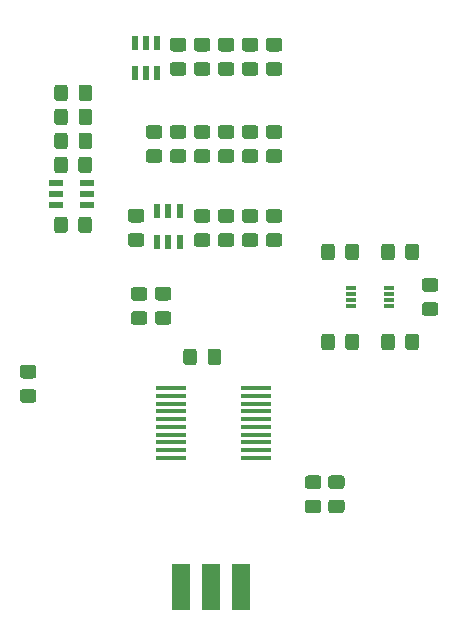
<source format=gtp>
G04 #@! TF.GenerationSoftware,KiCad,Pcbnew,(5.1.6)-1*
G04 #@! TF.CreationDate,2021-02-22T13:26:00+01:00*
G04 #@! TF.ProjectId,SoundModulev2,536f756e-644d-46f6-9475-6c6576322e6b,rev?*
G04 #@! TF.SameCoordinates,Original*
G04 #@! TF.FileFunction,Paste,Top*
G04 #@! TF.FilePolarity,Positive*
%FSLAX46Y46*%
G04 Gerber Fmt 4.6, Leading zero omitted, Abs format (unit mm)*
G04 Created by KiCad (PCBNEW (5.1.6)-1) date 2021-02-22 13:26:00*
%MOMM*%
%LPD*%
G01*
G04 APERTURE LIST*
%ADD10R,0.850000X0.300000*%
%ADD11R,1.524000X4.000000*%
%ADD12R,2.500000X0.450000*%
%ADD13R,0.550000X1.200000*%
%ADD14R,1.200000X0.550000*%
G04 APERTURE END LIST*
G36*
G01*
X116853121Y-77634680D02*
X115953119Y-77634680D01*
G75*
G02*
X115703120Y-77384681I0J249999D01*
G01*
X115703120Y-76734679D01*
G75*
G02*
X115953119Y-76484680I249999J0D01*
G01*
X116853121Y-76484680D01*
G75*
G02*
X117103120Y-76734679I0J-249999D01*
G01*
X117103120Y-77384681D01*
G75*
G02*
X116853121Y-77634680I-249999J0D01*
G01*
G37*
G36*
G01*
X116853121Y-79684680D02*
X115953119Y-79684680D01*
G75*
G02*
X115703120Y-79434681I0J249999D01*
G01*
X115703120Y-78784679D01*
G75*
G02*
X115953119Y-78534680I249999J0D01*
G01*
X116853121Y-78534680D01*
G75*
G02*
X117103120Y-78784679I0J-249999D01*
G01*
X117103120Y-79434681D01*
G75*
G02*
X116853121Y-79684680I-249999J0D01*
G01*
G37*
D10*
X137536120Y-76572680D03*
X137536120Y-77072680D03*
X137536120Y-77572680D03*
X137536120Y-78072680D03*
X134386120Y-78072680D03*
X134386120Y-77572680D03*
X134386120Y-77072680D03*
X134386120Y-76572680D03*
G36*
G01*
X132971120Y-73062679D02*
X132971120Y-73962681D01*
G75*
G02*
X132721121Y-74212680I-249999J0D01*
G01*
X132071119Y-74212680D01*
G75*
G02*
X131821120Y-73962681I0J249999D01*
G01*
X131821120Y-73062679D01*
G75*
G02*
X132071119Y-72812680I249999J0D01*
G01*
X132721121Y-72812680D01*
G75*
G02*
X132971120Y-73062679I0J-249999D01*
G01*
G37*
G36*
G01*
X135021120Y-73062679D02*
X135021120Y-73962681D01*
G75*
G02*
X134771121Y-74212680I-249999J0D01*
G01*
X134121119Y-74212680D01*
G75*
G02*
X133871120Y-73962681I0J249999D01*
G01*
X133871120Y-73062679D01*
G75*
G02*
X134121119Y-72812680I249999J0D01*
G01*
X134771121Y-72812680D01*
G75*
G02*
X135021120Y-73062679I0J-249999D01*
G01*
G37*
G36*
G01*
X132971120Y-80682679D02*
X132971120Y-81582681D01*
G75*
G02*
X132721121Y-81832680I-249999J0D01*
G01*
X132071119Y-81832680D01*
G75*
G02*
X131821120Y-81582681I0J249999D01*
G01*
X131821120Y-80682679D01*
G75*
G02*
X132071119Y-80432680I249999J0D01*
G01*
X132721121Y-80432680D01*
G75*
G02*
X132971120Y-80682679I0J-249999D01*
G01*
G37*
G36*
G01*
X135021120Y-80682679D02*
X135021120Y-81582681D01*
G75*
G02*
X134771121Y-81832680I-249999J0D01*
G01*
X134121119Y-81832680D01*
G75*
G02*
X133871120Y-81582681I0J249999D01*
G01*
X133871120Y-80682679D01*
G75*
G02*
X134121119Y-80432680I249999J0D01*
G01*
X134771121Y-80432680D01*
G75*
G02*
X135021120Y-80682679I0J-249999D01*
G01*
G37*
G36*
G01*
X138051120Y-73062679D02*
X138051120Y-73962681D01*
G75*
G02*
X137801121Y-74212680I-249999J0D01*
G01*
X137151119Y-74212680D01*
G75*
G02*
X136901120Y-73962681I0J249999D01*
G01*
X136901120Y-73062679D01*
G75*
G02*
X137151119Y-72812680I249999J0D01*
G01*
X137801121Y-72812680D01*
G75*
G02*
X138051120Y-73062679I0J-249999D01*
G01*
G37*
G36*
G01*
X140101120Y-73062679D02*
X140101120Y-73962681D01*
G75*
G02*
X139851121Y-74212680I-249999J0D01*
G01*
X139201119Y-74212680D01*
G75*
G02*
X138951120Y-73962681I0J249999D01*
G01*
X138951120Y-73062679D01*
G75*
G02*
X139201119Y-72812680I249999J0D01*
G01*
X139851121Y-72812680D01*
G75*
G02*
X140101120Y-73062679I0J-249999D01*
G01*
G37*
G36*
G01*
X138051120Y-80682679D02*
X138051120Y-81582681D01*
G75*
G02*
X137801121Y-81832680I-249999J0D01*
G01*
X137151119Y-81832680D01*
G75*
G02*
X136901120Y-81582681I0J249999D01*
G01*
X136901120Y-80682679D01*
G75*
G02*
X137151119Y-80432680I249999J0D01*
G01*
X137801121Y-80432680D01*
G75*
G02*
X138051120Y-80682679I0J-249999D01*
G01*
G37*
G36*
G01*
X140101120Y-80682679D02*
X140101120Y-81582681D01*
G75*
G02*
X139851121Y-81832680I-249999J0D01*
G01*
X139201119Y-81832680D01*
G75*
G02*
X138951120Y-81582681I0J249999D01*
G01*
X138951120Y-80682679D01*
G75*
G02*
X139201119Y-80432680I249999J0D01*
G01*
X139851121Y-80432680D01*
G75*
G02*
X140101120Y-80682679I0J-249999D01*
G01*
G37*
G36*
G01*
X140591119Y-77772680D02*
X141491121Y-77772680D01*
G75*
G02*
X141741120Y-78022679I0J-249999D01*
G01*
X141741120Y-78672681D01*
G75*
G02*
X141491121Y-78922680I-249999J0D01*
G01*
X140591119Y-78922680D01*
G75*
G02*
X140341120Y-78672681I0J249999D01*
G01*
X140341120Y-78022679D01*
G75*
G02*
X140591119Y-77772680I249999J0D01*
G01*
G37*
G36*
G01*
X140591119Y-75722680D02*
X141491121Y-75722680D01*
G75*
G02*
X141741120Y-75972679I0J-249999D01*
G01*
X141741120Y-76622681D01*
G75*
G02*
X141491121Y-76872680I-249999J0D01*
G01*
X140591119Y-76872680D01*
G75*
G02*
X140341120Y-76622681I0J249999D01*
G01*
X140341120Y-75972679D01*
G75*
G02*
X140591119Y-75722680I249999J0D01*
G01*
G37*
D11*
X119941340Y-101918520D03*
X122481340Y-101918520D03*
X125021340Y-101918520D03*
G36*
G01*
X122196120Y-82852681D02*
X122196120Y-81952679D01*
G75*
G02*
X122446119Y-81702680I249999J0D01*
G01*
X123096121Y-81702680D01*
G75*
G02*
X123346120Y-81952679I0J-249999D01*
G01*
X123346120Y-82852681D01*
G75*
G02*
X123096121Y-83102680I-249999J0D01*
G01*
X122446119Y-83102680D01*
G75*
G02*
X122196120Y-82852681I0J249999D01*
G01*
G37*
G36*
G01*
X120146120Y-82852681D02*
X120146120Y-81952679D01*
G75*
G02*
X120396119Y-81702680I249999J0D01*
G01*
X121046121Y-81702680D01*
G75*
G02*
X121296120Y-81952679I0J-249999D01*
G01*
X121296120Y-82852681D01*
G75*
G02*
X121046121Y-83102680I-249999J0D01*
G01*
X120396119Y-83102680D01*
G75*
G02*
X120146120Y-82852681I0J249999D01*
G01*
G37*
G36*
G01*
X118885121Y-79675680D02*
X117985119Y-79675680D01*
G75*
G02*
X117735120Y-79425681I0J249999D01*
G01*
X117735120Y-78775679D01*
G75*
G02*
X117985119Y-78525680I249999J0D01*
G01*
X118885121Y-78525680D01*
G75*
G02*
X119135120Y-78775679I0J-249999D01*
G01*
X119135120Y-79425681D01*
G75*
G02*
X118885121Y-79675680I-249999J0D01*
G01*
G37*
G36*
G01*
X118885121Y-77625680D02*
X117985119Y-77625680D01*
G75*
G02*
X117735120Y-77375681I0J249999D01*
G01*
X117735120Y-76725679D01*
G75*
G02*
X117985119Y-76475680I249999J0D01*
G01*
X118885121Y-76475680D01*
G75*
G02*
X119135120Y-76725679I0J-249999D01*
G01*
X119135120Y-77375681D01*
G75*
G02*
X118885121Y-77625680I-249999J0D01*
G01*
G37*
G36*
G01*
X128283121Y-71039680D02*
X127383119Y-71039680D01*
G75*
G02*
X127133120Y-70789681I0J249999D01*
G01*
X127133120Y-70139679D01*
G75*
G02*
X127383119Y-69889680I249999J0D01*
G01*
X128283121Y-69889680D01*
G75*
G02*
X128533120Y-70139679I0J-249999D01*
G01*
X128533120Y-70789681D01*
G75*
G02*
X128283121Y-71039680I-249999J0D01*
G01*
G37*
G36*
G01*
X128283121Y-73089680D02*
X127383119Y-73089680D01*
G75*
G02*
X127133120Y-72839681I0J249999D01*
G01*
X127133120Y-72189679D01*
G75*
G02*
X127383119Y-71939680I249999J0D01*
G01*
X128283121Y-71939680D01*
G75*
G02*
X128533120Y-72189679I0J-249999D01*
G01*
X128533120Y-72839681D01*
G75*
G02*
X128283121Y-73089680I-249999J0D01*
G01*
G37*
G36*
G01*
X115699119Y-71921680D02*
X116599121Y-71921680D01*
G75*
G02*
X116849120Y-72171679I0J-249999D01*
G01*
X116849120Y-72821681D01*
G75*
G02*
X116599121Y-73071680I-249999J0D01*
G01*
X115699119Y-73071680D01*
G75*
G02*
X115449120Y-72821681I0J249999D01*
G01*
X115449120Y-72171679D01*
G75*
G02*
X115699119Y-71921680I249999J0D01*
G01*
G37*
G36*
G01*
X115699119Y-69871680D02*
X116599121Y-69871680D01*
G75*
G02*
X116849120Y-70121679I0J-249999D01*
G01*
X116849120Y-70771681D01*
G75*
G02*
X116599121Y-71021680I-249999J0D01*
G01*
X115699119Y-71021680D01*
G75*
G02*
X115449120Y-70771681I0J249999D01*
G01*
X115449120Y-70121679D01*
G75*
G02*
X115699119Y-69871680I249999J0D01*
G01*
G37*
G36*
G01*
X128283121Y-65977680D02*
X127383119Y-65977680D01*
G75*
G02*
X127133120Y-65727681I0J249999D01*
G01*
X127133120Y-65077679D01*
G75*
G02*
X127383119Y-64827680I249999J0D01*
G01*
X128283121Y-64827680D01*
G75*
G02*
X128533120Y-65077679I0J-249999D01*
G01*
X128533120Y-65727681D01*
G75*
G02*
X128283121Y-65977680I-249999J0D01*
G01*
G37*
G36*
G01*
X128283121Y-63927680D02*
X127383119Y-63927680D01*
G75*
G02*
X127133120Y-63677681I0J249999D01*
G01*
X127133120Y-63027679D01*
G75*
G02*
X127383119Y-62777680I249999J0D01*
G01*
X128283121Y-62777680D01*
G75*
G02*
X128533120Y-63027679I0J-249999D01*
G01*
X128533120Y-63677681D01*
G75*
G02*
X128283121Y-63927680I-249999J0D01*
G01*
G37*
G36*
G01*
X111274120Y-64564681D02*
X111274120Y-63664679D01*
G75*
G02*
X111524119Y-63414680I249999J0D01*
G01*
X112174121Y-63414680D01*
G75*
G02*
X112424120Y-63664679I0J-249999D01*
G01*
X112424120Y-64564681D01*
G75*
G02*
X112174121Y-64814680I-249999J0D01*
G01*
X111524119Y-64814680D01*
G75*
G02*
X111274120Y-64564681I0J249999D01*
G01*
G37*
G36*
G01*
X109224120Y-64564681D02*
X109224120Y-63664679D01*
G75*
G02*
X109474119Y-63414680I249999J0D01*
G01*
X110124121Y-63414680D01*
G75*
G02*
X110374120Y-63664679I0J-249999D01*
G01*
X110374120Y-64564681D01*
G75*
G02*
X110124121Y-64814680I-249999J0D01*
G01*
X109474119Y-64814680D01*
G75*
G02*
X109224120Y-64564681I0J249999D01*
G01*
G37*
G36*
G01*
X118123121Y-63927680D02*
X117223119Y-63927680D01*
G75*
G02*
X116973120Y-63677681I0J249999D01*
G01*
X116973120Y-63027679D01*
G75*
G02*
X117223119Y-62777680I249999J0D01*
G01*
X118123121Y-62777680D01*
G75*
G02*
X118373120Y-63027679I0J-249999D01*
G01*
X118373120Y-63677681D01*
G75*
G02*
X118123121Y-63927680I-249999J0D01*
G01*
G37*
G36*
G01*
X118123121Y-65977680D02*
X117223119Y-65977680D01*
G75*
G02*
X116973120Y-65727681I0J249999D01*
G01*
X116973120Y-65077679D01*
G75*
G02*
X117223119Y-64827680I249999J0D01*
G01*
X118123121Y-64827680D01*
G75*
G02*
X118373120Y-65077679I0J-249999D01*
G01*
X118373120Y-65727681D01*
G75*
G02*
X118123121Y-65977680I-249999J0D01*
G01*
G37*
G36*
G01*
X120155121Y-65977680D02*
X119255119Y-65977680D01*
G75*
G02*
X119005120Y-65727681I0J249999D01*
G01*
X119005120Y-65077679D01*
G75*
G02*
X119255119Y-64827680I249999J0D01*
G01*
X120155121Y-64827680D01*
G75*
G02*
X120405120Y-65077679I0J-249999D01*
G01*
X120405120Y-65727681D01*
G75*
G02*
X120155121Y-65977680I-249999J0D01*
G01*
G37*
G36*
G01*
X120155121Y-63927680D02*
X119255119Y-63927680D01*
G75*
G02*
X119005120Y-63677681I0J249999D01*
G01*
X119005120Y-63027679D01*
G75*
G02*
X119255119Y-62777680I249999J0D01*
G01*
X120155121Y-62777680D01*
G75*
G02*
X120405120Y-63027679I0J-249999D01*
G01*
X120405120Y-63677681D01*
G75*
G02*
X120155121Y-63927680I-249999J0D01*
G01*
G37*
G36*
G01*
X120155121Y-58593680D02*
X119255119Y-58593680D01*
G75*
G02*
X119005120Y-58343681I0J249999D01*
G01*
X119005120Y-57693679D01*
G75*
G02*
X119255119Y-57443680I249999J0D01*
G01*
X120155121Y-57443680D01*
G75*
G02*
X120405120Y-57693679I0J-249999D01*
G01*
X120405120Y-58343681D01*
G75*
G02*
X120155121Y-58593680I-249999J0D01*
G01*
G37*
G36*
G01*
X120155121Y-56543680D02*
X119255119Y-56543680D01*
G75*
G02*
X119005120Y-56293681I0J249999D01*
G01*
X119005120Y-55643679D01*
G75*
G02*
X119255119Y-55393680I249999J0D01*
G01*
X120155121Y-55393680D01*
G75*
G02*
X120405120Y-55643679I0J-249999D01*
G01*
X120405120Y-56293681D01*
G75*
G02*
X120155121Y-56543680I-249999J0D01*
G01*
G37*
G36*
G01*
X125351119Y-55393680D02*
X126251121Y-55393680D01*
G75*
G02*
X126501120Y-55643679I0J-249999D01*
G01*
X126501120Y-56293681D01*
G75*
G02*
X126251121Y-56543680I-249999J0D01*
G01*
X125351119Y-56543680D01*
G75*
G02*
X125101120Y-56293681I0J249999D01*
G01*
X125101120Y-55643679D01*
G75*
G02*
X125351119Y-55393680I249999J0D01*
G01*
G37*
G36*
G01*
X125351119Y-57443680D02*
X126251121Y-57443680D01*
G75*
G02*
X126501120Y-57693679I0J-249999D01*
G01*
X126501120Y-58343681D01*
G75*
G02*
X126251121Y-58593680I-249999J0D01*
G01*
X125351119Y-58593680D01*
G75*
G02*
X125101120Y-58343681I0J249999D01*
G01*
X125101120Y-57693679D01*
G75*
G02*
X125351119Y-57443680I249999J0D01*
G01*
G37*
G36*
G01*
X131585121Y-95632180D02*
X130685119Y-95632180D01*
G75*
G02*
X130435120Y-95382181I0J249999D01*
G01*
X130435120Y-94732179D01*
G75*
G02*
X130685119Y-94482180I249999J0D01*
G01*
X131585121Y-94482180D01*
G75*
G02*
X131835120Y-94732179I0J-249999D01*
G01*
X131835120Y-95382181D01*
G75*
G02*
X131585121Y-95632180I-249999J0D01*
G01*
G37*
G36*
G01*
X131585121Y-93582180D02*
X130685119Y-93582180D01*
G75*
G02*
X130435120Y-93332181I0J249999D01*
G01*
X130435120Y-92682179D01*
G75*
G02*
X130685119Y-92432180I249999J0D01*
G01*
X131585121Y-92432180D01*
G75*
G02*
X131835120Y-92682179I0J-249999D01*
G01*
X131835120Y-93332181D01*
G75*
G02*
X131585121Y-93582180I-249999J0D01*
G01*
G37*
G36*
G01*
X106555119Y-85129680D02*
X107455121Y-85129680D01*
G75*
G02*
X107705120Y-85379679I0J-249999D01*
G01*
X107705120Y-86029681D01*
G75*
G02*
X107455121Y-86279680I-249999J0D01*
G01*
X106555119Y-86279680D01*
G75*
G02*
X106305120Y-86029681I0J249999D01*
G01*
X106305120Y-85379679D01*
G75*
G02*
X106555119Y-85129680I249999J0D01*
G01*
G37*
G36*
G01*
X106555119Y-83079680D02*
X107455121Y-83079680D01*
G75*
G02*
X107705120Y-83329679I0J-249999D01*
G01*
X107705120Y-83979681D01*
G75*
G02*
X107455121Y-84229680I-249999J0D01*
G01*
X106555119Y-84229680D01*
G75*
G02*
X106305120Y-83979681I0J249999D01*
G01*
X106305120Y-83329679D01*
G75*
G02*
X106555119Y-83079680I249999J0D01*
G01*
G37*
G36*
G01*
X133553621Y-93582180D02*
X132653619Y-93582180D01*
G75*
G02*
X132403620Y-93332181I0J249999D01*
G01*
X132403620Y-92682179D01*
G75*
G02*
X132653619Y-92432180I249999J0D01*
G01*
X133553621Y-92432180D01*
G75*
G02*
X133803620Y-92682179I0J-249999D01*
G01*
X133803620Y-93332181D01*
G75*
G02*
X133553621Y-93582180I-249999J0D01*
G01*
G37*
G36*
G01*
X133553621Y-95632180D02*
X132653619Y-95632180D01*
G75*
G02*
X132403620Y-95382181I0J249999D01*
G01*
X132403620Y-94732179D01*
G75*
G02*
X132653619Y-94482180I249999J0D01*
G01*
X133553621Y-94482180D01*
G75*
G02*
X133803620Y-94732179I0J-249999D01*
G01*
X133803620Y-95382181D01*
G75*
G02*
X133553621Y-95632180I-249999J0D01*
G01*
G37*
G36*
G01*
X126251121Y-73089680D02*
X125351119Y-73089680D01*
G75*
G02*
X125101120Y-72839681I0J249999D01*
G01*
X125101120Y-72189679D01*
G75*
G02*
X125351119Y-71939680I249999J0D01*
G01*
X126251121Y-71939680D01*
G75*
G02*
X126501120Y-72189679I0J-249999D01*
G01*
X126501120Y-72839681D01*
G75*
G02*
X126251121Y-73089680I-249999J0D01*
G01*
G37*
G36*
G01*
X126251121Y-71039680D02*
X125351119Y-71039680D01*
G75*
G02*
X125101120Y-70789681I0J249999D01*
G01*
X125101120Y-70139679D01*
G75*
G02*
X125351119Y-69889680I249999J0D01*
G01*
X126251121Y-69889680D01*
G75*
G02*
X126501120Y-70139679I0J-249999D01*
G01*
X126501120Y-70789681D01*
G75*
G02*
X126251121Y-71039680I-249999J0D01*
G01*
G37*
G36*
G01*
X123319119Y-71939680D02*
X124219121Y-71939680D01*
G75*
G02*
X124469120Y-72189679I0J-249999D01*
G01*
X124469120Y-72839681D01*
G75*
G02*
X124219121Y-73089680I-249999J0D01*
G01*
X123319119Y-73089680D01*
G75*
G02*
X123069120Y-72839681I0J249999D01*
G01*
X123069120Y-72189679D01*
G75*
G02*
X123319119Y-71939680I249999J0D01*
G01*
G37*
G36*
G01*
X123319119Y-69889680D02*
X124219121Y-69889680D01*
G75*
G02*
X124469120Y-70139679I0J-249999D01*
G01*
X124469120Y-70789681D01*
G75*
G02*
X124219121Y-71039680I-249999J0D01*
G01*
X123319119Y-71039680D01*
G75*
G02*
X123069120Y-70789681I0J249999D01*
G01*
X123069120Y-70139679D01*
G75*
G02*
X123319119Y-69889680I249999J0D01*
G01*
G37*
G36*
G01*
X112424120Y-61632679D02*
X112424120Y-62532681D01*
G75*
G02*
X112174121Y-62782680I-249999J0D01*
G01*
X111524119Y-62782680D01*
G75*
G02*
X111274120Y-62532681I0J249999D01*
G01*
X111274120Y-61632679D01*
G75*
G02*
X111524119Y-61382680I249999J0D01*
G01*
X112174121Y-61382680D01*
G75*
G02*
X112424120Y-61632679I0J-249999D01*
G01*
G37*
G36*
G01*
X110374120Y-61632679D02*
X110374120Y-62532681D01*
G75*
G02*
X110124121Y-62782680I-249999J0D01*
G01*
X109474119Y-62782680D01*
G75*
G02*
X109224120Y-62532681I0J249999D01*
G01*
X109224120Y-61632679D01*
G75*
G02*
X109474119Y-61382680I249999J0D01*
G01*
X110124121Y-61382680D01*
G75*
G02*
X110374120Y-61632679I0J-249999D01*
G01*
G37*
G36*
G01*
X109224120Y-60500681D02*
X109224120Y-59600679D01*
G75*
G02*
X109474119Y-59350680I249999J0D01*
G01*
X110124121Y-59350680D01*
G75*
G02*
X110374120Y-59600679I0J-249999D01*
G01*
X110374120Y-60500681D01*
G75*
G02*
X110124121Y-60750680I-249999J0D01*
G01*
X109474119Y-60750680D01*
G75*
G02*
X109224120Y-60500681I0J249999D01*
G01*
G37*
G36*
G01*
X111274120Y-60500681D02*
X111274120Y-59600679D01*
G75*
G02*
X111524119Y-59350680I249999J0D01*
G01*
X112174121Y-59350680D01*
G75*
G02*
X112424120Y-59600679I0J-249999D01*
G01*
X112424120Y-60500681D01*
G75*
G02*
X112174121Y-60750680I-249999J0D01*
G01*
X111524119Y-60750680D01*
G75*
G02*
X111274120Y-60500681I0J249999D01*
G01*
G37*
G36*
G01*
X121287119Y-71939680D02*
X122187121Y-71939680D01*
G75*
G02*
X122437120Y-72189679I0J-249999D01*
G01*
X122437120Y-72839681D01*
G75*
G02*
X122187121Y-73089680I-249999J0D01*
G01*
X121287119Y-73089680D01*
G75*
G02*
X121037120Y-72839681I0J249999D01*
G01*
X121037120Y-72189679D01*
G75*
G02*
X121287119Y-71939680I249999J0D01*
G01*
G37*
G36*
G01*
X121287119Y-69889680D02*
X122187121Y-69889680D01*
G75*
G02*
X122437120Y-70139679I0J-249999D01*
G01*
X122437120Y-70789681D01*
G75*
G02*
X122187121Y-71039680I-249999J0D01*
G01*
X121287119Y-71039680D01*
G75*
G02*
X121037120Y-70789681I0J249999D01*
G01*
X121037120Y-70139679D01*
G75*
G02*
X121287119Y-69889680I249999J0D01*
G01*
G37*
G36*
G01*
X126251121Y-63927680D02*
X125351119Y-63927680D01*
G75*
G02*
X125101120Y-63677681I0J249999D01*
G01*
X125101120Y-63027679D01*
G75*
G02*
X125351119Y-62777680I249999J0D01*
G01*
X126251121Y-62777680D01*
G75*
G02*
X126501120Y-63027679I0J-249999D01*
G01*
X126501120Y-63677681D01*
G75*
G02*
X126251121Y-63927680I-249999J0D01*
G01*
G37*
G36*
G01*
X126251121Y-65977680D02*
X125351119Y-65977680D01*
G75*
G02*
X125101120Y-65727681I0J249999D01*
G01*
X125101120Y-65077679D01*
G75*
G02*
X125351119Y-64827680I249999J0D01*
G01*
X126251121Y-64827680D01*
G75*
G02*
X126501120Y-65077679I0J-249999D01*
G01*
X126501120Y-65727681D01*
G75*
G02*
X126251121Y-65977680I-249999J0D01*
G01*
G37*
G36*
G01*
X123319119Y-62777680D02*
X124219121Y-62777680D01*
G75*
G02*
X124469120Y-63027679I0J-249999D01*
G01*
X124469120Y-63677681D01*
G75*
G02*
X124219121Y-63927680I-249999J0D01*
G01*
X123319119Y-63927680D01*
G75*
G02*
X123069120Y-63677681I0J249999D01*
G01*
X123069120Y-63027679D01*
G75*
G02*
X123319119Y-62777680I249999J0D01*
G01*
G37*
G36*
G01*
X123319119Y-64827680D02*
X124219121Y-64827680D01*
G75*
G02*
X124469120Y-65077679I0J-249999D01*
G01*
X124469120Y-65727681D01*
G75*
G02*
X124219121Y-65977680I-249999J0D01*
G01*
X123319119Y-65977680D01*
G75*
G02*
X123069120Y-65727681I0J249999D01*
G01*
X123069120Y-65077679D01*
G75*
G02*
X123319119Y-64827680I249999J0D01*
G01*
G37*
G36*
G01*
X122187121Y-63927680D02*
X121287119Y-63927680D01*
G75*
G02*
X121037120Y-63677681I0J249999D01*
G01*
X121037120Y-63027679D01*
G75*
G02*
X121287119Y-62777680I249999J0D01*
G01*
X122187121Y-62777680D01*
G75*
G02*
X122437120Y-63027679I0J-249999D01*
G01*
X122437120Y-63677681D01*
G75*
G02*
X122187121Y-63927680I-249999J0D01*
G01*
G37*
G36*
G01*
X122187121Y-65977680D02*
X121287119Y-65977680D01*
G75*
G02*
X121037120Y-65727681I0J249999D01*
G01*
X121037120Y-65077679D01*
G75*
G02*
X121287119Y-64827680I249999J0D01*
G01*
X122187121Y-64827680D01*
G75*
G02*
X122437120Y-65077679I0J-249999D01*
G01*
X122437120Y-65727681D01*
G75*
G02*
X122187121Y-65977680I-249999J0D01*
G01*
G37*
G36*
G01*
X121287119Y-55393680D02*
X122187121Y-55393680D01*
G75*
G02*
X122437120Y-55643679I0J-249999D01*
G01*
X122437120Y-56293681D01*
G75*
G02*
X122187121Y-56543680I-249999J0D01*
G01*
X121287119Y-56543680D01*
G75*
G02*
X121037120Y-56293681I0J249999D01*
G01*
X121037120Y-55643679D01*
G75*
G02*
X121287119Y-55393680I249999J0D01*
G01*
G37*
G36*
G01*
X121287119Y-57443680D02*
X122187121Y-57443680D01*
G75*
G02*
X122437120Y-57693679I0J-249999D01*
G01*
X122437120Y-58343681D01*
G75*
G02*
X122187121Y-58593680I-249999J0D01*
G01*
X121287119Y-58593680D01*
G75*
G02*
X121037120Y-58343681I0J249999D01*
G01*
X121037120Y-57693679D01*
G75*
G02*
X121287119Y-57443680I249999J0D01*
G01*
G37*
G36*
G01*
X124219121Y-58593680D02*
X123319119Y-58593680D01*
G75*
G02*
X123069120Y-58343681I0J249999D01*
G01*
X123069120Y-57693679D01*
G75*
G02*
X123319119Y-57443680I249999J0D01*
G01*
X124219121Y-57443680D01*
G75*
G02*
X124469120Y-57693679I0J-249999D01*
G01*
X124469120Y-58343681D01*
G75*
G02*
X124219121Y-58593680I-249999J0D01*
G01*
G37*
G36*
G01*
X124219121Y-56543680D02*
X123319119Y-56543680D01*
G75*
G02*
X123069120Y-56293681I0J249999D01*
G01*
X123069120Y-55643679D01*
G75*
G02*
X123319119Y-55393680I249999J0D01*
G01*
X124219121Y-55393680D01*
G75*
G02*
X124469120Y-55643679I0J-249999D01*
G01*
X124469120Y-56293681D01*
G75*
G02*
X124219121Y-56543680I-249999J0D01*
G01*
G37*
G36*
G01*
X127383119Y-57443680D02*
X128283121Y-57443680D01*
G75*
G02*
X128533120Y-57693679I0J-249999D01*
G01*
X128533120Y-58343681D01*
G75*
G02*
X128283121Y-58593680I-249999J0D01*
G01*
X127383119Y-58593680D01*
G75*
G02*
X127133120Y-58343681I0J249999D01*
G01*
X127133120Y-57693679D01*
G75*
G02*
X127383119Y-57443680I249999J0D01*
G01*
G37*
G36*
G01*
X127383119Y-55393680D02*
X128283121Y-55393680D01*
G75*
G02*
X128533120Y-55643679I0J-249999D01*
G01*
X128533120Y-56293681D01*
G75*
G02*
X128283121Y-56543680I-249999J0D01*
G01*
X127383119Y-56543680D01*
G75*
G02*
X127133120Y-56293681I0J249999D01*
G01*
X127133120Y-55643679D01*
G75*
G02*
X127383119Y-55393680I249999J0D01*
G01*
G37*
D12*
X119133620Y-85069680D03*
X119133620Y-85719680D03*
X119133620Y-86369680D03*
X119133620Y-87019680D03*
X119133620Y-87669680D03*
X119133620Y-88319680D03*
X119133620Y-88969680D03*
X119133620Y-89619680D03*
X119133620Y-90269680D03*
X119133620Y-90919680D03*
X126333620Y-90919680D03*
X126333620Y-90269680D03*
X126333620Y-89619680D03*
X126333620Y-88969680D03*
X126333620Y-88319680D03*
X126333620Y-87669680D03*
X126333620Y-87019680D03*
X126333620Y-86369680D03*
X126333620Y-85719680D03*
X126333620Y-85069680D03*
D13*
X117927120Y-70083680D03*
X118877120Y-70083680D03*
X119827120Y-70083680D03*
X119827120Y-72699880D03*
X118877120Y-72699880D03*
X117927120Y-72699880D03*
D14*
X109341920Y-67670680D03*
X109341920Y-68620680D03*
X109341920Y-69570680D03*
X111958120Y-69570680D03*
X111958120Y-68620680D03*
X111958120Y-67670680D03*
D13*
X117927120Y-55783480D03*
X116977120Y-55783480D03*
X116027120Y-55783480D03*
X116027120Y-58399680D03*
X116977120Y-58399680D03*
X117927120Y-58399680D03*
G36*
G01*
X109215120Y-66596681D02*
X109215120Y-65696679D01*
G75*
G02*
X109465119Y-65446680I249999J0D01*
G01*
X110115121Y-65446680D01*
G75*
G02*
X110365120Y-65696679I0J-249999D01*
G01*
X110365120Y-66596681D01*
G75*
G02*
X110115121Y-66846680I-249999J0D01*
G01*
X109465119Y-66846680D01*
G75*
G02*
X109215120Y-66596681I0J249999D01*
G01*
G37*
G36*
G01*
X111265120Y-66596681D02*
X111265120Y-65696679D01*
G75*
G02*
X111515119Y-65446680I249999J0D01*
G01*
X112165121Y-65446680D01*
G75*
G02*
X112415120Y-65696679I0J-249999D01*
G01*
X112415120Y-66596681D01*
G75*
G02*
X112165121Y-66846680I-249999J0D01*
G01*
X111515119Y-66846680D01*
G75*
G02*
X111265120Y-66596681I0J249999D01*
G01*
G37*
G36*
G01*
X111256120Y-71676681D02*
X111256120Y-70776679D01*
G75*
G02*
X111506119Y-70526680I249999J0D01*
G01*
X112156121Y-70526680D01*
G75*
G02*
X112406120Y-70776679I0J-249999D01*
G01*
X112406120Y-71676681D01*
G75*
G02*
X112156121Y-71926680I-249999J0D01*
G01*
X111506119Y-71926680D01*
G75*
G02*
X111256120Y-71676681I0J249999D01*
G01*
G37*
G36*
G01*
X109206120Y-71676681D02*
X109206120Y-70776679D01*
G75*
G02*
X109456119Y-70526680I249999J0D01*
G01*
X110106121Y-70526680D01*
G75*
G02*
X110356120Y-70776679I0J-249999D01*
G01*
X110356120Y-71676681D01*
G75*
G02*
X110106121Y-71926680I-249999J0D01*
G01*
X109456119Y-71926680D01*
G75*
G02*
X109206120Y-71676681I0J249999D01*
G01*
G37*
M02*

</source>
